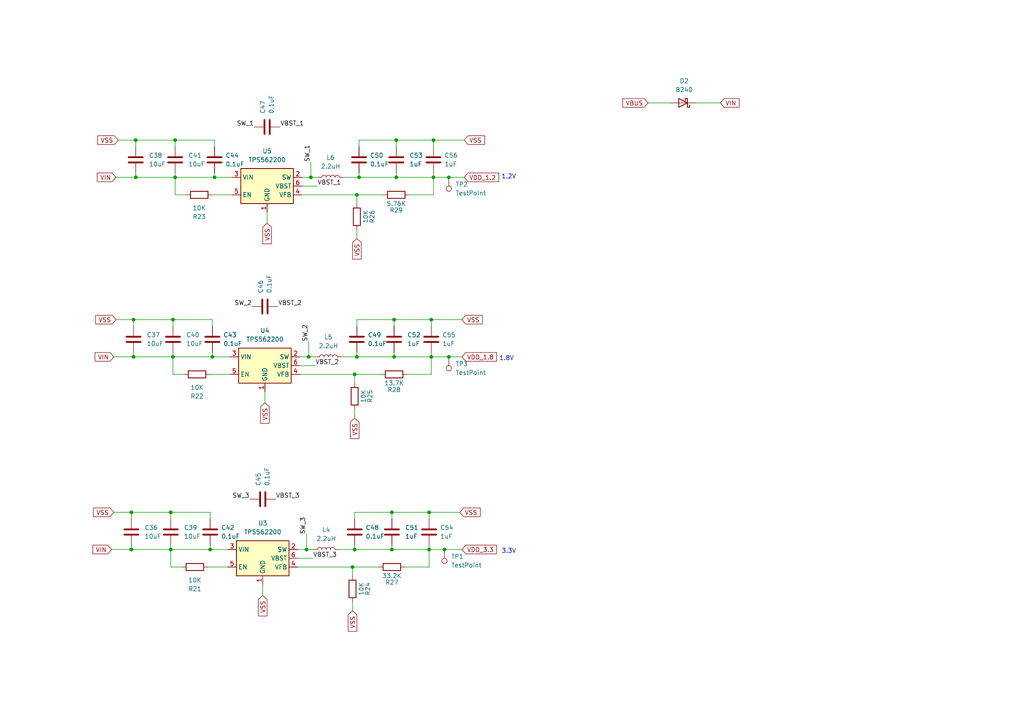
<source format=kicad_sch>
(kicad_sch (version 20231120) (generator "eeschema") (generator_version "8.0")
  (paper "A4")
  (lib_symbols
    (symbol "Connector:TestPoint" (pin_numbers hide) (pin_names (offset 0.762) hide)
      (property "Reference" "TP" (at 0 6.858 0))
      (property "Value" "TestPoint" (at 0 5.08 0))
      (symbol "TestPoint_0_1"
        (circle (center 0 3.302) (radius 0.762))
      )
      (symbol "TestPoint_1_1"
        (pin passive line (at 0 0 90) (length 2.54) (name "1") (number "1"))
      )
    )
    (symbol "Device:C" (pin_numbers hide) (pin_names (offset 0.254))
      (property "Reference" "C" (at 0.635 2.54 0))
      (property "Value" "C" (at 0.635 -2.54 0))
      (symbol "C_0_1"
        (polyline (pts (xy -2.032 -0.762) (xy 2.032 -0.762)) (stroke (width 0.508)))
        (polyline (pts (xy -2.032 0.762) (xy 2.032 0.762)) (stroke (width 0.508)))
      )
      (symbol "C_1_1"
        (pin passive line (at 0 3.81 270) (length 2.794) (name "~") (number "1"))
        (pin passive line (at 0 -3.81 90) (length 2.794) (name "~") (number "2"))
      )
    )
    (symbol "Device:L" (pin_numbers hide) (pin_names (offset 1.016) hide)
      (property "Reference" "L" (at -1.27 0 90))
      (property "Value" "L" (at 1.905 0 90))
      (symbol "L_0_1"
        (arc (start 0 -2.54) (mid 0.6323 -1.905) (end 0 -1.27))
        (arc (start 0 -1.27) (mid 0.6323 -0.635) (end 0 0))
        (arc (start 0 0) (mid 0.6323 0.635) (end 0 1.27))
        (arc (start 0 1.27) (mid 0.6323 1.905) (end 0 2.54))
      )
      (symbol "L_1_1"
        (pin passive line (at 0 3.81 270) (length 1.27) (name "1") (number "1"))
        (pin passive line (at 0 -3.81 90) (length 1.27) (name "2") (number "2"))
      )
    )
    (symbol "Device:R" (pin_numbers hide) (pin_names (offset 0))
      (property "Reference" "R" (at 2.032 0 90))
      (property "Value" "R" (at 0 0 90))
      (symbol "R_0_1"
        (rectangle (start -1.016 -2.54) (end 1.016 2.54) (stroke (width 0.254)))
      )
      (symbol "R_1_1"
        (pin passive line (at 0 3.81 270) (length 1.27) (name "~") (number "1"))
        (pin passive line (at 0 -3.81 90) (length 1.27) (name "~") (number "2"))
      )
    )
    (symbol "Diode:B240" (pin_numbers hide) (pin_names (offset 1.016) hide)
      (property "Reference" "D" (at 0 2.54 0))
      (property "Value" "B240" (at 0 -2.54 0))
      (symbol "B240_0_1"
        (polyline (pts (xy 1.27 0) (xy -1.27 0)))
        (polyline (pts (xy 1.27 1.27) (xy 1.27 -1.27) (xy -1.27 0) (xy 1.27 1.27)) (stroke (width 0.254)))
        (polyline (pts (xy -1.905 0.635) (xy -1.905 1.27) (xy -1.27 1.27) (xy -1.27 -1.27) (xy -0.635 -1.27) (xy -0.635 -0.635)) (stroke (width 0.254)))
      )
      (symbol "B240_1_1"
        (pin passive line (at -3.81 0 0) (length 2.54) (name "K") (number "1"))
        (pin passive line (at 3.81 0 180) (length 2.54) (name "A") (number "2"))
      )
    )
    (symbol "Regulator_Switching:TPS562200"
      (property "Reference" "U" (at -7.62 6.35 0))
      (property "Value" "TPS562200" (at -2.54 6.35 0))
      (symbol "TPS562200_0_1"
        (rectangle (start -7.62 5.08) (end 7.62 -5.08) (stroke (width 0.254)) (fill (type background)))
      )
      (symbol "TPS562200_1_1"
        (pin power_in line (at 0 -7.62 90) (length 2.54) (name "GND") (number "1"))
        (pin output line (at 10.16 2.54 180) (length 2.54) (name "SW") (number "2"))
        (pin power_in line (at -10.16 2.54 0) (length 2.54) (name "VIN") (number "3"))
        (pin input line (at 10.16 -2.54 180) (length 2.54) (name "VFB") (number "4"))
        (pin input line (at -10.16 -2.54 0) (length 2.54) (name "EN") (number "5"))
        (pin passive line (at 10.16 0 180) (length 2.54) (name "VBST") (number "6"))
      )
    )
  )
  (junction (at 50.165 92.71))
  (junction (at 102.235 164.465))
  (junction (at 103.505 56.515))
  (junction (at 125.095 92.71))
  (junction (at 50.8 40.64))
  (junction (at 114.3 103.505))
  (junction (at 104.14 51.435))
  (junction (at 103.505 103.505))
  (junction (at 38.735 103.505))
  (junction (at 38.1 148.59))
  (junction (at 113.665 148.59))
  (junction (at 62.23 51.435))
  (junction (at 60.96 159.385))
  (junction (at 90.17 51.435))
  (junction (at 38.735 92.71))
  (junction (at 130.175 51.435))
  (junction (at 102.87 108.585))
  (junction (at 50.165 103.505))
  (junction (at 38.1 159.385))
  (junction (at 114.3 92.71))
  (junction (at 128.905 159.385))
  (junction (at 88.9 159.385))
  (junction (at 125.73 40.64))
  (junction (at 89.535 103.505))
  (junction (at 124.46 159.385))
  (junction (at 102.87 159.385))
  (junction (at 125.095 103.505))
  (junction (at 125.73 51.435))
  (junction (at 61.595 103.505))
  (junction (at 39.37 51.435))
  (junction (at 50.8 51.435))
  (junction (at 114.935 40.64))
  (junction (at 113.665 159.385))
  (junction (at 49.53 159.385))
  (junction (at 114.935 51.435))
  (junction (at 49.53 148.59))
  (junction (at 39.37 40.64))
  (junction (at 124.46 148.59))
  (junction (at 130.175 103.505))
  (wire (pts (xy 33.655 51.435) (xy 39.37 51.435)))
  (wire (pts (xy 50.8 51.435) (xy 50.8 56.515)))
  (wire (pts (xy 53.34 108.585) (xy 50.165 108.585)))
  (wire (pts (xy 61.595 56.515) (xy 67.31 56.515)))
  (wire (pts (xy 104.14 51.435) (xy 104.14 50.165)))
  (wire (pts (xy 103.505 94.615) (xy 103.505 92.71)))
  (wire (pts (xy 114.3 103.505) (xy 114.3 102.235)))
  (wire (pts (xy 113.665 159.385) (xy 113.665 158.115)))
  (wire (pts (xy 130.175 103.505) (xy 133.985 103.505)))
  (wire (pts (xy 103.505 56.515) (xy 111.125 56.515)))
  (wire (pts (xy 104.14 42.545) (xy 104.14 40.64)))
  (wire (pts (xy 102.87 150.495) (xy 102.87 148.59)))
  (wire (pts (xy 102.235 177.165) (xy 102.235 174.625)))
  (wire (pts (xy 89.535 99.06) (xy 89.535 103.505)))
  (wire (pts (xy 118.745 56.515) (xy 125.73 56.515)))
  (wire (pts (xy 33.02 103.505) (xy 38.735 103.505)))
  (wire (pts (xy 102.87 159.385) (xy 113.665 159.385)))
  (wire (pts (xy 86.36 161.925) (xy 90.805 161.925)))
  (wire (pts (xy 114.935 40.64) (xy 114.935 42.545)))
  (wire (pts (xy 61.595 103.505) (xy 66.675 103.505)))
  (wire (pts (xy 50.8 40.64) (xy 62.23 40.64)))
  (wire (pts (xy 38.1 148.59) (xy 49.53 148.59)))
  (wire (pts (xy 125.095 103.505) (xy 130.175 103.505)))
  (wire (pts (xy 125.73 50.165) (xy 125.73 51.435)))
  (wire (pts (xy 103.505 92.71) (xy 114.3 92.71)))
  (wire (pts (xy 124.46 159.385) (xy 124.46 164.465)))
  (wire (pts (xy 38.1 159.385) (xy 49.53 159.385)))
  (wire (pts (xy 77.47 64.77) (xy 77.47 61.595)))
  (wire (pts (xy 117.475 164.465) (xy 124.46 164.465)))
  (wire (pts (xy 102.87 159.385) (xy 102.87 158.115)))
  (wire (pts (xy 87.63 51.435) (xy 90.17 51.435)))
  (wire (pts (xy 33.655 92.71) (xy 38.735 92.71)))
  (wire (pts (xy 52.705 164.465) (xy 49.53 164.465)))
  (wire (pts (xy 38.735 92.71) (xy 38.735 94.615)))
  (wire (pts (xy 104.14 51.435) (xy 114.935 51.435)))
  (wire (pts (xy 104.14 40.64) (xy 114.935 40.64)))
  (wire (pts (xy 50.165 103.505) (xy 50.165 108.585)))
  (wire (pts (xy 49.53 148.59) (xy 49.53 150.495)))
  (wire (pts (xy 102.235 164.465) (xy 109.855 164.465)))
  (wire (pts (xy 86.995 103.505) (xy 89.535 103.505)))
  (wire (pts (xy 125.095 103.505) (xy 125.095 108.585)))
  (wire (pts (xy 32.385 159.385) (xy 38.1 159.385)))
  (wire (pts (xy 38.735 103.505) (xy 50.165 103.505)))
  (wire (pts (xy 60.96 159.385) (xy 66.04 159.385)))
  (wire (pts (xy 62.23 50.165) (xy 62.23 51.435)))
  (wire (pts (xy 76.2 172.72) (xy 76.2 169.545)))
  (wire (pts (xy 114.3 103.505) (xy 125.095 103.505)))
  (wire (pts (xy 76.835 116.84) (xy 76.835 113.665)))
  (wire (pts (xy 102.87 108.585) (xy 102.87 111.125)))
  (wire (pts (xy 39.37 51.435) (xy 50.8 51.435)))
  (wire (pts (xy 103.505 103.505) (xy 103.505 102.235)))
  (wire (pts (xy 50.165 103.505) (xy 61.595 103.505)))
  (wire (pts (xy 60.96 158.115) (xy 60.96 159.385)))
  (wire (pts (xy 103.505 103.505) (xy 114.3 103.505)))
  (wire (pts (xy 124.46 158.115) (xy 124.46 159.385)))
  (wire (pts (xy 61.595 102.235) (xy 61.595 103.505)))
  (wire (pts (xy 38.735 103.505) (xy 38.735 102.235)))
  (wire (pts (xy 125.095 92.71) (xy 133.985 92.71)))
  (wire (pts (xy 125.73 51.435) (xy 125.73 56.515)))
  (wire (pts (xy 114.935 40.64) (xy 125.73 40.64)))
  (wire (pts (xy 102.87 121.285) (xy 102.87 118.745)))
  (wire (pts (xy 38.735 92.71) (xy 50.165 92.71)))
  (wire (pts (xy 124.46 159.385) (xy 128.905 159.385)))
  (wire (pts (xy 103.505 56.515) (xy 103.505 59.055)))
  (wire (pts (xy 114.3 92.71) (xy 114.3 94.615)))
  (wire (pts (xy 39.37 40.64) (xy 39.37 42.545)))
  (wire (pts (xy 62.23 40.64) (xy 62.23 42.545)))
  (wire (pts (xy 50.165 92.71) (xy 50.165 94.615)))
  (wire (pts (xy 60.96 108.585) (xy 66.675 108.585)))
  (wire (pts (xy 125.73 40.64) (xy 134.62 40.64)))
  (wire (pts (xy 125.095 92.71) (xy 125.095 94.615)))
  (wire (pts (xy 99.06 103.505) (xy 103.505 103.505)))
  (wire (pts (xy 86.995 108.585) (xy 102.87 108.585)))
  (wire (pts (xy 49.53 148.59) (xy 60.96 148.59)))
  (wire (pts (xy 86.36 164.465) (xy 102.235 164.465)))
  (wire (pts (xy 38.1 159.385) (xy 38.1 158.115)))
  (wire (pts (xy 39.37 51.435) (xy 39.37 50.165)))
  (wire (pts (xy 50.8 40.64) (xy 50.8 42.545)))
  (wire (pts (xy 50.165 102.235) (xy 50.165 103.505)))
  (wire (pts (xy 62.23 51.435) (xy 67.31 51.435)))
  (wire (pts (xy 49.53 159.385) (xy 49.53 164.465)))
  (wire (pts (xy 88.9 159.385) (xy 90.805 159.385)))
  (wire (pts (xy 114.935 51.435) (xy 114.935 50.165)))
  (wire (pts (xy 90.17 51.435) (xy 92.075 51.435)))
  (wire (pts (xy 187.96 29.845) (xy 194.31 29.845)))
  (wire (pts (xy 118.11 108.585) (xy 125.095 108.585)))
  (wire (pts (xy 113.665 148.59) (xy 124.46 148.59)))
  (wire (pts (xy 39.37 40.64) (xy 50.8 40.64)))
  (wire (pts (xy 130.175 51.435) (xy 134.62 51.435)))
  (wire (pts (xy 49.53 158.115) (xy 49.53 159.385)))
  (wire (pts (xy 86.995 106.045) (xy 91.44 106.045)))
  (wire (pts (xy 113.665 148.59) (xy 113.665 150.495)))
  (wire (pts (xy 124.46 148.59) (xy 133.35 148.59)))
  (wire (pts (xy 50.8 50.165) (xy 50.8 51.435)))
  (wire (pts (xy 60.96 148.59) (xy 60.96 150.495)))
  (wire (pts (xy 114.935 51.435) (xy 125.73 51.435)))
  (wire (pts (xy 125.73 40.64) (xy 125.73 42.545)))
  (wire (pts (xy 99.695 51.435) (xy 104.14 51.435)))
  (wire (pts (xy 50.8 51.435) (xy 62.23 51.435)))
  (wire (pts (xy 124.46 148.59) (xy 124.46 150.495)))
  (wire (pts (xy 34.29 40.64) (xy 39.37 40.64)))
  (wire (pts (xy 114.3 92.71) (xy 125.095 92.71)))
  (wire (pts (xy 125.095 102.235) (xy 125.095 103.505)))
  (wire (pts (xy 90.17 46.99) (xy 90.17 51.435)))
  (wire (pts (xy 53.975 56.515) (xy 50.8 56.515)))
  (wire (pts (xy 88.9 154.94) (xy 88.9 159.385)))
  (wire (pts (xy 102.235 164.465) (xy 102.235 167.005)))
  (wire (pts (xy 103.505 69.215) (xy 103.505 66.675)))
  (wire (pts (xy 61.595 92.71) (xy 61.595 94.615)))
  (wire (pts (xy 87.63 56.515) (xy 103.505 56.515)))
  (wire (pts (xy 60.325 164.465) (xy 66.04 164.465)))
  (wire (pts (xy 86.36 159.385) (xy 88.9 159.385)))
  (wire (pts (xy 50.165 92.71) (xy 61.595 92.71)))
  (wire (pts (xy 87.63 53.975) (xy 92.075 53.975)))
  (wire (pts (xy 113.665 159.385) (xy 124.46 159.385)))
  (wire (pts (xy 98.425 159.385) (xy 102.87 159.385)))
  (wire (pts (xy 208.915 29.845) (xy 201.93 29.845)))
  (wire (pts (xy 38.1 148.59) (xy 38.1 150.495)))
  (wire (pts (xy 49.53 159.385) (xy 60.96 159.385)))
  (wire (pts (xy 102.87 108.585) (xy 110.49 108.585)))
  (wire (pts (xy 128.905 159.385) (xy 133.985 159.385)))
  (wire (pts (xy 89.535 103.505) (xy 91.44 103.505)))
  (wire (pts (xy 125.73 51.435) (xy 130.175 51.435)))
  (wire (pts (xy 102.87 148.59) (xy 113.665 148.59)))
  (wire (pts (xy 33.02 148.59) (xy 38.1 148.59)))
  (text "1.2V\n" (at 145.415 52.07 0) (effects (font (size 1.27 1.27)) (justify left bottom)))
  (text "3.3V\n" (at 145.415 160.655 0) (effects (font (size 1.27 1.27)) (justify left bottom)))
  (text "1.8V\n" (at 144.78 104.775 0) (effects (font (size 1.27 1.27)) (justify left bottom)))
  (label "SW_1" (at 73.66 36.83 180))
  (label "SW_3" (at 72.39 144.78 180))
  (label "VBST_1" (at 92.075 53.975 0))
  (label "VBST_1" (at 81.28 36.83 0))
  (label "VBST_3" (at 90.805 161.925 0))
  (label "SW_1" (at 90.17 46.99 90))
  (label "SW_2" (at 89.535 99.06 90))
  (label "VBST_3" (at 80.01 144.78 0))
  (label "VBST_2" (at 91.44 106.045 0))
  (label "VBST_2" (at 80.645 88.9 0))
  (label "SW_3" (at 88.9 154.94 90))
  (label "SW_2" (at 73.025 88.9 180))
  (global_label "VIN" (shape input) (at 32.385 159.385 180) (property "Intersheetrefs" "${INTERSHEET_REFS}" (effects (hide yes))))
  (global_label "VDD_3.3" (shape input) (at 133.985 159.385 0) (property "Intersheetrefs" "${INTERSHEET_REFS}" (effects (hide yes))))
  (global_label "VSS" (shape input) (at 76.835 116.84 270) (property "Intersheetrefs" "${INTERSHEET_REFS}" (effects (hide yes))))
  (global_label "VSS" (shape input) (at 77.47 64.77 270) (property "Intersheetrefs" "${INTERSHEET_REFS}" (effects (hide yes))))
  (global_label "VIN" (shape input) (at 33.02 103.505 180) (property "Intersheetrefs" "${INTERSHEET_REFS}" (effects (hide yes))))
  (global_label "VIN" (shape input) (at 33.655 51.435 180) (property "Intersheetrefs" "${INTERSHEET_REFS}" (effects (hide yes))))
  (global_label "VSS" (shape input) (at 133.985 92.71 0) (property "Intersheetrefs" "${INTERSHEET_REFS}" (effects (hide yes))))
  (global_label "VIN" (shape input) (at 208.915 29.845 0) (property "Intersheetrefs" "${INTERSHEET_REFS}" (effects (hide yes))))
  (global_label "VSS" (shape input) (at 33.02 148.59 180) (property "Intersheetrefs" "${INTERSHEET_REFS}" (effects (hide yes))))
  (global_label "VBUS" (shape input) (at 187.96 29.845 180) (property "Intersheetrefs" "${INTERSHEET_REFS}" (effects (hide yes))))
  (global_label "VSS" (shape input) (at 102.87 121.285 270) (property "Intersheetrefs" "${INTERSHEET_REFS}" (effects (hide yes))))
  (global_label "VSS" (shape input) (at 102.235 177.165 270) (property "Intersheetrefs" "${INTERSHEET_REFS}" (effects (hide yes))))
  (global_label "VSS" (shape input) (at 133.35 148.59 0) (property "Intersheetrefs" "${INTERSHEET_REFS}" (effects (hide yes))))
  (global_label "VSS" (shape input) (at 76.2 172.72 270) (property "Intersheetrefs" "${INTERSHEET_REFS}" (effects (hide yes))))
  (global_label "VSS" (shape input) (at 134.62 40.64 0) (property "Intersheetrefs" "${INTERSHEET_REFS}" (effects (hide yes))))
  (global_label "VSS" (shape input) (at 103.505 69.215 270) (property "Intersheetrefs" "${INTERSHEET_REFS}" (effects (hide yes))))
  (global_label "VDD_1.8" (shape input) (at 133.985 103.505 0) (property "Intersheetrefs" "${INTERSHEET_REFS}" (effects (hide yes))))
  (global_label "VDD_1.2" (shape input) (at 134.62 51.435 0) (property "Intersheetrefs" "${INTERSHEET_REFS}" (effects (hide yes))))
  (global_label "VSS" (shape input) (at 33.655 92.71 180) (property "Intersheetrefs" "${INTERSHEET_REFS}" (effects (hide yes))))
  (global_label "VSS" (shape input) (at 34.29 40.64 180) (property "Intersheetrefs" "${INTERSHEET_REFS}" (effects (hide yes))))
  (symbol (lib_id "Device:L") (at 95.885 51.435 90) (unit 1)
    (property "Reference" "L6" (at 95.885 45.72 90))
    (property "Value" "2.2uH" (at 95.885 48.26 90))
    (property "Footprint" "Inductor_SMD:L_Wuerth_MAPI-3020" (effects (hide yes)))
  )
  (symbol (lib_id "Device:C") (at 114.3 98.425 0) (unit 1)
    (property "Reference" "C52" (at 118.11 97.1549 0) (effects (justify left)))
    (property "Value" "1uF" (at 118.11 99.6949 0) (effects (justify left)))
    (property "Footprint" "Capacitor_SMD:C_0402_1005Metric" (effects (hide yes)))
  )
  (symbol (lib_id "Device:R") (at 103.505 62.865 180) (unit 1)
    (property "Reference" "R26" (at 107.95 62.865 90))
    (property "Value" "10K" (at 106.045 62.865 90))
    (property "Footprint" "Resistor_SMD:R_0402_1005Metric" (effects (hide yes)))
  )
  (symbol (lib_id "Device:C") (at 62.23 46.355 0) (unit 1)
    (property "Reference" "C44" (at 65.405 45.0849 0) (effects (justify left)))
    (property "Value" "0.1uF" (at 65.405 47.6249 0) (effects (justify left)))
    (property "Footprint" "Capacitor_SMD:C_0402_1005Metric" (effects (hide yes)))
  )
  (symbol (lib_id "Device:C") (at 125.095 98.425 0) (unit 1)
    (property "Reference" "C55" (at 128.27 97.1549 0) (effects (justify left)))
    (property "Value" "1uF" (at 128.27 99.6949 0) (effects (justify left)))
    (property "Footprint" "Capacitor_SMD:C_0402_1005Metric" (effects (hide yes)))
  )
  (symbol (lib_id "Connector:TestPoint") (at 130.175 51.435 180) (unit 1)
    (property "Reference" "TP2" (at 132.08 53.4669 0) (effects (justify right)))
    (property "Value" "TestPoint" (at 132.08 56.0069 0) (effects (justify right)))
    (property "Footprint" "TestPoint:TestPoint_Pad_D1.0mm" (effects (hide yes)))
  )
  (symbol (lib_id "Device:C") (at 113.665 154.305 0) (unit 1)
    (property "Reference" "C51" (at 117.475 153.0349 0) (effects (justify left)))
    (property "Value" "1uF" (at 117.475 155.5749 0) (effects (justify left)))
    (property "Footprint" "Capacitor_SMD:C_0402_1005Metric" (effects (hide yes)))
  )
  (symbol (lib_id "Device:C") (at 102.87 154.305 0) (unit 1)
    (property "Reference" "C48" (at 106.045 153.0349 0) (effects (justify left)))
    (property "Value" "0.1uF" (at 106.045 155.5749 0) (effects (justify left)))
    (property "Footprint" "Capacitor_SMD:C_0402_1005Metric" (effects (hide yes)))
  )
  (symbol (lib_id "Device:R") (at 102.87 114.935 180) (unit 1)
    (property "Reference" "R25" (at 107.315 114.935 90))
    (property "Value" "10K" (at 105.41 114.935 90))
    (property "Footprint" "Resistor_SMD:R_0402_1005Metric" (effects (hide yes)))
  )
  (symbol (lib_id "Device:C") (at 114.935 46.355 0) (unit 1)
    (property "Reference" "C53" (at 118.745 45.0849 0) (effects (justify left)))
    (property "Value" "1uF" (at 118.745 47.6249 0) (effects (justify left)))
    (property "Footprint" "Capacitor_SMD:C_0402_1005Metric" (effects (hide yes)))
  )
  (symbol (lib_id "Device:C") (at 61.595 98.425 0) (unit 1)
    (property "Reference" "C43" (at 64.77 97.1549 0) (effects (justify left)))
    (property "Value" "0.1uF" (at 64.77 99.6949 0) (effects (justify left)))
    (property "Footprint" "Capacitor_SMD:C_0402_1005Metric" (effects (hide yes)))
  )
  (symbol (lib_id "Device:L") (at 95.25 103.505 90) (unit 1)
    (property "Reference" "L5" (at 95.25 97.79 90))
    (property "Value" "2.2uH" (at 95.25 100.33 90))
    (property "Footprint" "Inductor_SMD:L_Wuerth_MAPI-3020" (effects (hide yes)))
  )
  (symbol (lib_id "Connector:TestPoint") (at 128.905 159.385 180) (unit 1)
    (property "Reference" "TP1" (at 130.81 161.4169 0) (effects (justify right)))
    (property "Value" "TestPoint" (at 130.81 163.9569 0) (effects (justify right)))
    (property "Footprint" "TestPoint:TestPoint_Pad_D1.0mm" (effects (hide yes)))
  )
  (symbol (lib_id "Device:C") (at 60.96 154.305 0) (unit 1)
    (property "Reference" "C42" (at 64.135 153.0349 0) (effects (justify left)))
    (property "Value" "0.1uF" (at 64.135 155.5749 0) (effects (justify left)))
    (property "Footprint" "Capacitor_SMD:C_0402_1005Metric" (effects (hide yes)))
  )
  (symbol (lib_id "Device:C") (at 38.1 154.305 0) (unit 1)
    (property "Reference" "C36" (at 41.91 153.0349 0) (effects (justify left)))
    (property "Value" "10uF" (at 41.91 155.5749 0) (effects (justify left)))
    (property "Footprint" "Capacitor_SMD:C_0402_1005Metric" (effects (hide yes)))
  )
  (symbol (lib_id "Device:L") (at 94.615 159.385 90) (unit 1)
    (property "Reference" "L4" (at 94.615 153.67 90))
    (property "Value" "2.2uH" (at 94.615 156.21 90))
    (property "Footprint" "Inductor_SMD:L_Wuerth_MAPI-3020" (effects (hide yes)))
  )
  (symbol (lib_id "Connector:TestPoint") (at 130.175 103.505 180) (unit 1)
    (property "Reference" "TP3" (at 132.08 105.5369 0) (effects (justify right)))
    (property "Value" "TestPoint" (at 132.08 108.0769 0) (effects (justify right)))
    (property "Footprint" "TestPoint:TestPoint_Pad_D1.0mm" (effects (hide yes)))
  )
  (symbol (lib_id "Regulator_Switching:TPS562200") (at 76.2 161.925 0) (unit 1)
    (property "Reference" "U3" (at 76.2 151.765 0))
    (property "Value" "TPS562200" (at 76.2 154.305 0))
    (property "Footprint" "Package_TO_SOT_SMD:SOT-23-6" (effects (hide yes)))
    (property "Datasheet" "http://www.ti.com/lit/ds/symlink/tps563200.pdf" (effects (hide yes)))
  )
  (symbol (lib_id "Device:R") (at 114.3 108.585 90) (unit 1)
    (property "Reference" "R28" (at 114.3 113.03 90))
    (property "Value" "13.7K" (at 114.3 111.125 90))
    (property "Footprint" "Resistor_SMD:R_0402_1005Metric" (effects (hide yes)))
  )
  (symbol (lib_id "Device:C") (at 76.2 144.78 270) (unit 1)
    (property "Reference" "C45" (at 74.9299 140.97 0) (effects (justify right)))
    (property "Value" "0.1uF" (at 77.4699 140.97 0) (effects (justify right)))
    (property "Footprint" "Capacitor_SMD:C_0402_1005Metric" (effects (hide yes)))
  )
  (symbol (lib_id "Device:C") (at 103.505 98.425 0) (unit 1)
    (property "Reference" "C49" (at 106.68 97.1549 0) (effects (justify left)))
    (property "Value" "0.1uF" (at 106.68 99.6949 0) (effects (justify left)))
    (property "Footprint" "Capacitor_SMD:C_0402_1005Metric" (effects (hide yes)))
  )
  (symbol (lib_id "Diode:B240") (at 198.12 29.845 180) (unit 1)
    (property "Reference" "D2" (at 198.4375 23.495 0))
    (property "Value" "B240" (at 198.4375 26.035 0))
    (property "Footprint" "Diode_SMD:D_SOD-123" (effects (hide yes)))
    (property "Datasheet" "http://www.jameco.com/Jameco/Products/ProdDS/1538777.pdf" (effects (hide yes)))
  )
  (symbol (lib_id "Regulator_Switching:TPS562200") (at 76.835 106.045 0) (unit 1)
    (property "Reference" "U4" (at 76.835 95.885 0))
    (property "Value" "TPS562200" (at 76.835 98.425 0))
    (property "Footprint" "Package_TO_SOT_SMD:SOT-23-6" (effects (hide yes)))
    (property "Datasheet" "http://www.ti.com/lit/ds/symlink/tps563200.pdf" (effects (hide yes)))
  )
  (symbol (lib_id "Device:C") (at 77.47 36.83 270) (unit 1)
    (property "Reference" "C47" (at 76.1999 33.02 0) (effects (justify right)))
    (property "Value" "0.1uF" (at 78.7399 33.02 0) (effects (justify right)))
    (property "Footprint" "Capacitor_SMD:C_0402_1005Metric" (effects (hide yes)))
  )
  (symbol (lib_id "Device:C") (at 104.14 46.355 0) (unit 1)
    (property "Reference" "C50" (at 107.315 45.0849 0) (effects (justify left)))
    (property "Value" "0.1uF" (at 107.315 47.6249 0) (effects (justify left)))
    (property "Footprint" "Capacitor_SMD:C_0402_1005Metric" (effects (hide yes)))
  )
  (symbol (lib_id "Device:R") (at 57.15 108.585 270) (unit 1)
    (property "Reference" "R22" (at 57.15 114.935 90))
    (property "Value" "10K" (at 57.15 112.395 90))
    (property "Footprint" "Resistor_SMD:R_0402_1005Metric" (effects (hide yes)))
  )
  (symbol (lib_id "Regulator_Switching:TPS562200") (at 77.47 53.975 0) (unit 1)
    (property "Reference" "U5" (at 77.47 43.815 0))
    (property "Value" "TPS562200" (at 77.47 46.355 0))
    (property "Footprint" "Package_TO_SOT_SMD:SOT-23-6" (effects (hide yes)))
    (property "Datasheet" "http://www.ti.com/lit/ds/symlink/tps563200.pdf" (effects (hide yes)))
  )
  (symbol (lib_id "Device:C") (at 50.8 46.355 0) (unit 1)
    (property "Reference" "C41" (at 54.61 45.0849 0) (effects (justify left)))
    (property "Value" "10uF" (at 54.61 47.6249 0) (effects (justify left)))
    (property "Footprint" "Capacitor_SMD:C_0402_1005Metric" (effects (hide yes)))
  )
  (symbol (lib_id "Device:R") (at 102.235 170.815 180) (unit 1)
    (property "Reference" "R24" (at 106.68 170.815 90))
    (property "Value" "10K" (at 104.775 170.815 90))
    (property "Footprint" "Resistor_SMD:R_0402_1005Metric" (effects (hide yes)))
  )
  (symbol (lib_id "Device:R") (at 114.935 56.515 90) (unit 1)
    (property "Reference" "R29" (at 114.935 60.96 90))
    (property "Value" "5.76K" (at 114.935 59.055 90))
    (property "Footprint" "Resistor_SMD:R_0402_1005Metric" (effects (hide yes)))
  )
  (symbol (lib_id "Device:C") (at 49.53 154.305 0) (unit 1)
    (property "Reference" "C39" (at 53.34 153.0349 0) (effects (justify left)))
    (property "Value" "10uF" (at 53.34 155.5749 0) (effects (justify left)))
    (property "Footprint" "Capacitor_SMD:C_0402_1005Metric" (effects (hide yes)))
  )
  (symbol (lib_id "Device:R") (at 56.515 164.465 270) (unit 1)
    (property "Reference" "R21" (at 56.515 170.815 90))
    (property "Value" "10K" (at 56.515 168.275 90))
    (property "Footprint" "Resistor_SMD:R_0402_1005Metric" (effects (hide yes)))
  )
  (symbol (lib_id "Device:R") (at 113.665 164.465 90) (unit 1)
    (property "Reference" "R27" (at 113.665 168.91 90))
    (property "Value" "33.2K" (at 113.665 167.005 90))
    (property "Footprint" "Resistor_SMD:R_0402_1005Metric" (effects (hide yes)))
  )
  (symbol (lib_id "Device:R") (at 57.785 56.515 270) (unit 1)
    (property "Reference" "R23" (at 57.785 62.865 90))
    (property "Value" "10K" (at 57.785 60.325 90))
    (property "Footprint" "Resistor_SMD:R_0402_1005Metric" (effects (hide yes)))
  )
  (symbol (lib_id "Device:C") (at 50.165 98.425 0) (unit 1)
    (property "Reference" "C40" (at 53.975 97.1549 0) (effects (justify left)))
    (property "Value" "10uF" (at 53.975 99.6949 0) (effects (justify left)))
    (property "Footprint" "Capacitor_SMD:C_0402_1005Metric" (effects (hide yes)))
  )
  (symbol (lib_id "Device:C") (at 39.37 46.355 0) (unit 1)
    (property "Reference" "C38" (at 43.18 45.0849 0) (effects (justify left)))
    (property "Value" "10uF" (at 43.18 47.6249 0) (effects (justify left)))
    (property "Footprint" "Capacitor_SMD:C_0402_1005Metric" (effects (hide yes)))
  )
  (symbol (lib_id "Device:C") (at 38.735 98.425 0) (unit 1)
    (property "Reference" "C37" (at 42.545 97.1549 0) (effects (justify left)))
    (property "Value" "10uF" (at 42.545 99.6949 0) (effects (justify left)))
    (property "Footprint" "Capacitor_SMD:C_0402_1005Metric" (effects (hide yes)))
  )
  (symbol (lib_id "Device:C") (at 124.46 154.305 0) (unit 1)
    (property "Reference" "C54" (at 127.635 153.0349 0) (effects (justify left)))
    (property "Value" "1uF" (at 127.635 155.5749 0) (effects (justify left)))
    (property "Footprint" "Capacitor_SMD:C_0402_1005Metric" (effects (hide yes)))
  )
  (symbol (lib_id "Device:C") (at 76.835 88.9 270) (unit 1)
    (property "Reference" "C46" (at 75.5649 85.09 0) (effects (justify right)))
    (property "Value" "0.1uF" (at 78.1049 85.09 0) (effects (justify right)))
    (property "Footprint" "Capacitor_SMD:C_0402_1005Metric" (effects (hide yes)))
  )
  (symbol (lib_id "Device:C") (at 125.73 46.355 0) (unit 1)
    (property "Reference" "C56" (at 128.905 45.0849 0) (effects (justify left)))
    (property "Value" "1uF" (at 128.905 47.6249 0) (effects (justify left)))
    (property "Footprint" "Capacitor_SMD:C_0402_1005Metric" (effects (hide yes)))
  )
)
</source>
